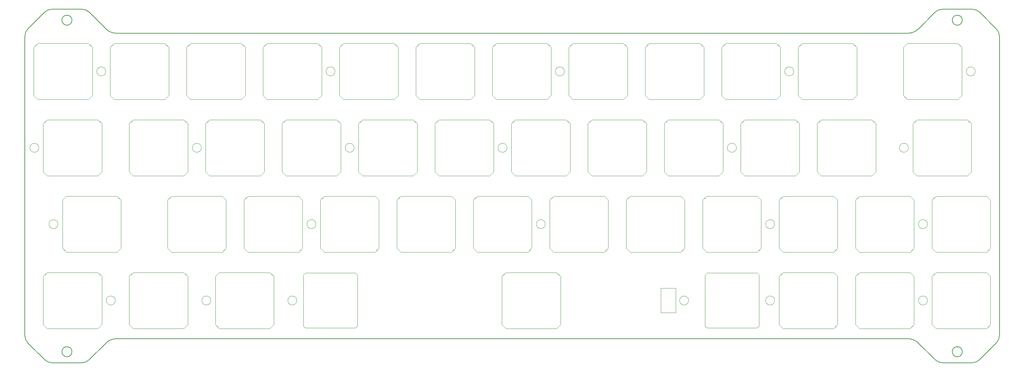
<source format=gbr>
%TF.GenerationSoftware,KiCad,Pcbnew,8.0.5*%
%TF.CreationDate,2024-09-10T11:52:54+02:00*%
%TF.ProjectId,plate,706c6174-652e-46b6-9963-61645f706362,rev?*%
%TF.SameCoordinates,Original*%
%TF.FileFunction,Profile,NP*%
%FSLAX46Y46*%
G04 Gerber Fmt 4.6, Leading zero omitted, Abs format (unit mm)*
G04 Created by KiCad (PCBNEW 8.0.5) date 2024-09-10 11:52:54*
%MOMM*%
%LPD*%
G01*
G04 APERTURE LIST*
%TA.AperFunction,Profile*%
%ADD10C,0.200000*%
%TD*%
%TA.AperFunction,Profile*%
%ADD11C,0.100000*%
%TD*%
%TA.AperFunction,Profile*%
%ADD12C,0.120000*%
%TD*%
G04 APERTURE END LIST*
D10*
X45833878Y-21431250D02*
X243091122Y-21431250D01*
X39095133Y-16214739D02*
X43235261Y-20354867D01*
X27942367Y-16214739D02*
G75*
G02*
X29833878Y-15431249I1891533J-1891561D01*
G01*
D11*
X247978782Y-69056250D02*
G75*
G02*
X245733718Y-69056250I-1122532J0D01*
G01*
X245733718Y-69056250D02*
G75*
G02*
X247978782Y-69056250I1122532J0D01*
G01*
X243216282Y-50006250D02*
G75*
G02*
X240971218Y-50006250I-1122532J0D01*
G01*
X240971218Y-50006250D02*
G75*
G02*
X243216282Y-50006250I1122532J0D01*
G01*
X181559133Y-85023727D02*
X185202687Y-85023727D01*
X185202687Y-91151781D01*
X181559133Y-91151781D01*
X181559133Y-85023727D01*
X105103782Y-50006250D02*
G75*
G02*
X102858718Y-50006250I-1122532J0D01*
G01*
X102858718Y-50006250D02*
G75*
G02*
X105103782Y-50006250I1122532J0D01*
G01*
X152728782Y-69056250D02*
G75*
G02*
X150483718Y-69056250I-1122532J0D01*
G01*
X150483718Y-69056250D02*
G75*
G02*
X152728782Y-69056250I1122532J0D01*
G01*
D10*
X27942367Y-102847761D02*
X23802239Y-98707633D01*
X256656122Y-18181250D02*
G75*
G02*
X254156122Y-18181250I-1250000J0D01*
G01*
X254156122Y-18181250D02*
G75*
G02*
X256656122Y-18181250I1250000J0D01*
G01*
D11*
X26522532Y-50006250D02*
G75*
G02*
X24277468Y-50006250I-1122532J0D01*
G01*
X24277468Y-50006250D02*
G75*
G02*
X26522532Y-50006250I1122532J0D01*
G01*
D10*
X45833878Y-21431250D02*
G75*
G02*
X43235261Y-20354867I22J3675050D01*
G01*
X29833878Y-103631250D02*
G75*
G02*
X27942368Y-102847760I22J2675050D01*
G01*
D11*
X259885032Y-30956250D02*
G75*
G02*
X257639968Y-30956250I-1122532J0D01*
G01*
X257639968Y-30956250D02*
G75*
G02*
X259885032Y-30956250I1122532J0D01*
G01*
D10*
X256656378Y-100881250D02*
G75*
G02*
X254156378Y-100881250I-1250000J0D01*
G01*
X254156378Y-100881250D02*
G75*
G02*
X256656378Y-100881250I1250000J0D01*
G01*
X23018750Y-96816122D02*
X23018750Y-22246378D01*
X39095133Y-102847761D02*
G75*
G02*
X37203622Y-103631281I-1891533J1891461D01*
G01*
X37203622Y-103631250D02*
X29833878Y-103631250D01*
X37203622Y-15431250D02*
G75*
G02*
X39095132Y-16214740I-22J-2675050D01*
G01*
X249829867Y-102847761D02*
X245689739Y-98707633D01*
D11*
X209878782Y-69056250D02*
G75*
G02*
X207633718Y-69056250I-1122532J0D01*
G01*
X207633718Y-69056250D02*
G75*
G02*
X209878782Y-69056250I1122532J0D01*
G01*
X43191282Y-30956250D02*
G75*
G02*
X40946218Y-30956250I-1122532J0D01*
G01*
X40946218Y-30956250D02*
G75*
G02*
X43191282Y-30956250I1122532J0D01*
G01*
X247978782Y-88106250D02*
G75*
G02*
X245733718Y-88106250I-1122532J0D01*
G01*
X245733718Y-88106250D02*
G75*
G02*
X247978782Y-88106250I1122532J0D01*
G01*
D10*
X251721378Y-103631250D02*
G75*
G02*
X249829859Y-102847769I-78J2674850D01*
G01*
X265122761Y-20354867D02*
G75*
G02*
X265906222Y-22246378I-1891661J-1891533D01*
G01*
D11*
X214641282Y-30956250D02*
G75*
G02*
X212396218Y-30956250I-1122532J0D01*
G01*
X212396218Y-30956250D02*
G75*
G02*
X214641282Y-30956250I1122532J0D01*
G01*
D10*
X265906250Y-96816122D02*
G75*
G02*
X265122769Y-98707641I-2674850J-78D01*
G01*
X245657711Y-20386895D02*
G75*
G02*
X243091122Y-21431220I-2566411J2631295D01*
G01*
D11*
X90816282Y-88106250D02*
G75*
G02*
X88571218Y-88106250I-1122532J0D01*
G01*
X88571218Y-88106250D02*
G75*
G02*
X90816282Y-88106250I1122532J0D01*
G01*
D10*
X245657711Y-20386895D02*
X249829867Y-16214739D01*
X259091122Y-15431250D02*
G75*
G02*
X260982641Y-16214731I78J-2674850D01*
G01*
X265906250Y-22246378D02*
X265906250Y-96816122D01*
X23018750Y-22246378D02*
G75*
G02*
X23802240Y-20354868I2675050J-22D01*
G01*
X23802239Y-98707633D02*
G75*
G02*
X23018749Y-96816122I1891561J1891533D01*
G01*
D11*
X157491282Y-30956250D02*
G75*
G02*
X155246218Y-30956250I-1122532J0D01*
G01*
X155246218Y-30956250D02*
G75*
G02*
X157491282Y-30956250I1122532J0D01*
G01*
X188447532Y-88106250D02*
G75*
G02*
X186202468Y-88106250I-1122532J0D01*
G01*
X186202468Y-88106250D02*
G75*
G02*
X188447532Y-88106250I1122532J0D01*
G01*
X67003782Y-50006250D02*
G75*
G02*
X64758718Y-50006250I-1122532J0D01*
G01*
X64758718Y-50006250D02*
G75*
G02*
X67003782Y-50006250I1122532J0D01*
G01*
D10*
X249829867Y-16214739D02*
G75*
G02*
X251721378Y-15431278I1891533J-1891661D01*
G01*
D11*
X95578782Y-69056250D02*
G75*
G02*
X93333718Y-69056250I-1122532J0D01*
G01*
X93333718Y-69056250D02*
G75*
G02*
X95578782Y-69056250I1122532J0D01*
G01*
D10*
X34768622Y-18181250D02*
G75*
G02*
X32268622Y-18181250I-1250000J0D01*
G01*
X32268622Y-18181250D02*
G75*
G02*
X34768622Y-18181250I1250000J0D01*
G01*
X43235261Y-98707633D02*
X39095133Y-102847761D01*
D11*
X31285032Y-69056250D02*
G75*
G02*
X29039968Y-69056250I-1122532J0D01*
G01*
X29039968Y-69056250D02*
G75*
G02*
X31285032Y-69056250I1122532J0D01*
G01*
X100341282Y-30956250D02*
G75*
G02*
X98096218Y-30956250I-1122532J0D01*
G01*
X98096218Y-30956250D02*
G75*
G02*
X100341282Y-30956250I1122532J0D01*
G01*
X143203782Y-50006250D02*
G75*
G02*
X140958718Y-50006250I-1122532J0D01*
G01*
X140958718Y-50006250D02*
G75*
G02*
X143203782Y-50006250I1122532J0D01*
G01*
D10*
X23802239Y-20354867D02*
X27942367Y-16214739D01*
D11*
X45572532Y-88106250D02*
G75*
G02*
X43327468Y-88106250I-1122532J0D01*
G01*
X43327468Y-88106250D02*
G75*
G02*
X45572532Y-88106250I1122532J0D01*
G01*
X69385032Y-88106250D02*
G75*
G02*
X67139968Y-88106250I-1122532J0D01*
G01*
X67139968Y-88106250D02*
G75*
G02*
X69385032Y-88106250I1122532J0D01*
G01*
D10*
X34768878Y-100881250D02*
G75*
G02*
X32268878Y-100881250I-1250000J0D01*
G01*
X32268878Y-100881250D02*
G75*
G02*
X34768878Y-100881250I1250000J0D01*
G01*
X29833878Y-15431250D02*
X37203622Y-15431250D01*
X251721378Y-15431250D02*
X259091122Y-15431250D01*
D11*
X209878782Y-88106250D02*
G75*
G02*
X207633718Y-88106250I-1122532J0D01*
G01*
X207633718Y-88106250D02*
G75*
G02*
X209878782Y-88106250I1122532J0D01*
G01*
D10*
X260982633Y-102847761D02*
G75*
G02*
X259091122Y-103631222I-1891533J1891661D01*
G01*
X43235261Y-98707633D02*
G75*
G02*
X45833878Y-97631220I2598639J-2598567D01*
G01*
D11*
X200353782Y-50006250D02*
G75*
G02*
X198108718Y-50006250I-1122532J0D01*
G01*
X198108718Y-50006250D02*
G75*
G02*
X200353782Y-50006250I1122532J0D01*
G01*
D10*
X243091122Y-97631250D02*
G75*
G02*
X245689747Y-98707625I78J-3674850D01*
G01*
X243091122Y-97631250D02*
X45833878Y-97631250D01*
X259091122Y-103631250D02*
X251721378Y-103631250D01*
X260982633Y-16214739D02*
X265122761Y-20354867D01*
X265122761Y-98707633D02*
X260982633Y-102847761D01*
D12*
%TO.C,REF\u002A\u002A*%
X139543750Y-24956250D02*
X139543750Y-36956250D01*
X139543750Y-36956250D02*
X140543750Y-37956250D01*
X140543750Y-23956250D02*
X139543750Y-24956250D01*
X140543750Y-37956250D02*
X153143750Y-37956250D01*
X153143750Y-23956250D02*
X140543750Y-23956250D01*
X153143750Y-23956250D02*
X154143750Y-24956250D01*
X153143750Y-37956250D02*
X154143750Y-36956250D01*
X154143750Y-36956250D02*
X154143750Y-24956250D01*
X49056250Y-82106250D02*
X49056250Y-94106250D01*
X49056250Y-94106250D02*
X50056250Y-95106250D01*
X50056250Y-81106250D02*
X49056250Y-82106250D01*
X50056250Y-95106250D02*
X62656250Y-95106250D01*
X62656250Y-81106250D02*
X50056250Y-81106250D01*
X62656250Y-81106250D02*
X63656250Y-82106250D01*
X62656250Y-95106250D02*
X63656250Y-94106250D01*
X63656250Y-94106250D02*
X63656250Y-82106250D01*
X27625000Y-82106250D02*
X27625000Y-94106250D01*
X27625000Y-94106250D02*
X28625000Y-95106250D01*
X28625000Y-81106250D02*
X27625000Y-82106250D01*
X28625000Y-95106250D02*
X41225000Y-95106250D01*
X41225000Y-81106250D02*
X28625000Y-81106250D01*
X41225000Y-81106250D02*
X42225000Y-82106250D01*
X41225000Y-95106250D02*
X42225000Y-94106250D01*
X42225000Y-94106250D02*
X42225000Y-82106250D01*
X106206250Y-44006250D02*
X106206250Y-56006250D01*
X106206250Y-56006250D02*
X107206250Y-57006250D01*
X107206250Y-43006250D02*
X106206250Y-44006250D01*
X107206250Y-57006250D02*
X119806250Y-57006250D01*
X119806250Y-43006250D02*
X107206250Y-43006250D01*
X119806250Y-43006250D02*
X120806250Y-44006250D01*
X119806250Y-57006250D02*
X120806250Y-56006250D01*
X120806250Y-56006250D02*
X120806250Y-44006250D01*
X172881250Y-63056250D02*
X172881250Y-75056250D01*
X172881250Y-75056250D02*
X173881250Y-76056250D01*
X173881250Y-62056250D02*
X172881250Y-63056250D01*
X173881250Y-76056250D02*
X186481250Y-76056250D01*
X186481250Y-62056250D02*
X173881250Y-62056250D01*
X186481250Y-62056250D02*
X187481250Y-63056250D01*
X186481250Y-76056250D02*
X187481250Y-75056250D01*
X187481250Y-75056250D02*
X187481250Y-63056250D01*
X87156250Y-44006250D02*
X87156250Y-56006250D01*
X87156250Y-56006250D02*
X88156250Y-57006250D01*
X88156250Y-43006250D02*
X87156250Y-44006250D01*
X88156250Y-57006250D02*
X100756250Y-57006250D01*
X100756250Y-43006250D02*
X88156250Y-43006250D01*
X100756250Y-43006250D02*
X101756250Y-44006250D01*
X100756250Y-57006250D02*
X101756250Y-56006250D01*
X101756250Y-56006250D02*
X101756250Y-44006250D01*
X68106250Y-44006250D02*
X68106250Y-56006250D01*
X68106250Y-56006250D02*
X69106250Y-57006250D01*
X69106250Y-43006250D02*
X68106250Y-44006250D01*
X69106250Y-57006250D02*
X81706250Y-57006250D01*
X81706250Y-43006250D02*
X69106250Y-43006250D01*
X81706250Y-43006250D02*
X82706250Y-44006250D01*
X81706250Y-57006250D02*
X82706250Y-56006250D01*
X82706250Y-56006250D02*
X82706250Y-44006250D01*
X215743750Y-24956250D02*
X215743750Y-36956250D01*
X215743750Y-36956250D02*
X216743750Y-37956250D01*
X216743750Y-23956250D02*
X215743750Y-24956250D01*
X216743750Y-37956250D02*
X229343750Y-37956250D01*
X229343750Y-23956250D02*
X216743750Y-23956250D01*
X229343750Y-23956250D02*
X230343750Y-24956250D01*
X229343750Y-37956250D02*
X230343750Y-36956250D01*
X230343750Y-36956250D02*
X230343750Y-24956250D01*
X244318750Y-44006250D02*
X244318750Y-56006250D01*
X244318750Y-56006250D02*
X245318750Y-57006250D01*
X245318750Y-43006250D02*
X244318750Y-44006250D01*
X245318750Y-57006250D02*
X257918750Y-57006250D01*
X257918750Y-43006250D02*
X245318750Y-43006250D01*
X257918750Y-43006250D02*
X258918750Y-44006250D01*
X257918750Y-57006250D02*
X258918750Y-56006250D01*
X258918750Y-56006250D02*
X258918750Y-44006250D01*
X241937500Y-24956250D02*
X241937500Y-36956250D01*
X241937500Y-36956250D02*
X242937500Y-37956250D01*
X242937500Y-23956250D02*
X241937500Y-24956250D01*
X242937500Y-37956250D02*
X255537500Y-37956250D01*
X255537500Y-23956250D02*
X242937500Y-23956250D01*
X255537500Y-23956250D02*
X256537500Y-24956250D01*
X255537500Y-37956250D02*
X256537500Y-36956250D01*
X256537500Y-36956250D02*
X256537500Y-24956250D01*
X120493750Y-24956250D02*
X120493750Y-36956250D01*
X120493750Y-36956250D02*
X121493750Y-37956250D01*
X121493750Y-23956250D02*
X120493750Y-24956250D01*
X121493750Y-37956250D02*
X134093750Y-37956250D01*
X134093750Y-23956250D02*
X121493750Y-23956250D01*
X134093750Y-23956250D02*
X135093750Y-24956250D01*
X134093750Y-37956250D02*
X135093750Y-36956250D01*
X135093750Y-36956250D02*
X135093750Y-24956250D01*
X201456250Y-44006250D02*
X201456250Y-56006250D01*
X201456250Y-56006250D02*
X202456250Y-57006250D01*
X202456250Y-43006250D02*
X201456250Y-44006250D01*
X202456250Y-57006250D02*
X215056250Y-57006250D01*
X215056250Y-43006250D02*
X202456250Y-43006250D01*
X215056250Y-43006250D02*
X216056250Y-44006250D01*
X215056250Y-57006250D02*
X216056250Y-56006250D01*
X216056250Y-56006250D02*
X216056250Y-44006250D01*
X77631250Y-63056250D02*
X77631250Y-75056250D01*
X77631250Y-75056250D02*
X78631250Y-76056250D01*
X78631250Y-62056250D02*
X77631250Y-63056250D01*
X78631250Y-76056250D02*
X91231250Y-76056250D01*
X91231250Y-62056250D02*
X78631250Y-62056250D01*
X91231250Y-62056250D02*
X92231250Y-63056250D01*
X91231250Y-76056250D02*
X92231250Y-75056250D01*
X92231250Y-75056250D02*
X92231250Y-63056250D01*
X32387500Y-63056250D02*
X32387500Y-75056250D01*
X32387500Y-75056250D02*
X33387500Y-76056250D01*
X33387500Y-62056250D02*
X32387500Y-63056250D01*
X33387500Y-76056250D02*
X45987500Y-76056250D01*
X45987500Y-62056250D02*
X33387500Y-62056250D01*
X45987500Y-62056250D02*
X46987500Y-63056250D01*
X45987500Y-76056250D02*
X46987500Y-75056250D01*
X46987500Y-75056250D02*
X46987500Y-63056250D01*
X191931250Y-63056250D02*
X191931250Y-75056250D01*
X191931250Y-75056250D02*
X192931250Y-76056250D01*
X192931250Y-62056250D02*
X191931250Y-63056250D01*
X192931250Y-76056250D02*
X205531250Y-76056250D01*
X205531250Y-62056250D02*
X192931250Y-62056250D01*
X205531250Y-62056250D02*
X206531250Y-63056250D01*
X205531250Y-76056250D02*
X206531250Y-75056250D01*
X206531250Y-75056250D02*
X206531250Y-63056250D01*
X141925000Y-82106250D02*
X141925000Y-94106250D01*
X141925000Y-94106250D02*
X142925000Y-95106250D01*
X142925000Y-81106250D02*
X141925000Y-82106250D01*
X142925000Y-95106250D02*
X155525000Y-95106250D01*
X155525000Y-81106250D02*
X142925000Y-81106250D01*
X155525000Y-81106250D02*
X156525000Y-82106250D01*
X155525000Y-95106250D02*
X156525000Y-94106250D01*
X156525000Y-94106250D02*
X156525000Y-82106250D01*
X182406250Y-44006250D02*
X182406250Y-56006250D01*
X182406250Y-56006250D02*
X183406250Y-57006250D01*
X183406250Y-43006250D02*
X182406250Y-44006250D01*
X183406250Y-57006250D02*
X196006250Y-57006250D01*
X196006250Y-43006250D02*
X183406250Y-43006250D01*
X196006250Y-43006250D02*
X197006250Y-44006250D01*
X196006250Y-57006250D02*
X197006250Y-56006250D01*
X197006250Y-56006250D02*
X197006250Y-44006250D01*
X27625000Y-44006250D02*
X27625000Y-56006250D01*
X27625000Y-56006250D02*
X28625000Y-57006250D01*
X28625000Y-43006250D02*
X27625000Y-44006250D01*
X28625000Y-57006250D02*
X41225000Y-57006250D01*
X41225000Y-43006250D02*
X28625000Y-43006250D01*
X41225000Y-43006250D02*
X42225000Y-44006250D01*
X41225000Y-57006250D02*
X42225000Y-56006250D01*
X42225000Y-56006250D02*
X42225000Y-44006250D01*
X49056250Y-44006250D02*
X49056250Y-56006250D01*
X49056250Y-56006250D02*
X50056250Y-57006250D01*
X50056250Y-43006250D02*
X49056250Y-44006250D01*
X50056250Y-57006250D02*
X62656250Y-57006250D01*
X62656250Y-43006250D02*
X50056250Y-43006250D01*
X62656250Y-43006250D02*
X63656250Y-44006250D01*
X62656250Y-57006250D02*
X63656250Y-56006250D01*
X63656250Y-56006250D02*
X63656250Y-44006250D01*
X249081250Y-82106250D02*
X249081250Y-94106250D01*
X249081250Y-94106250D02*
X250081250Y-95106250D01*
X250081250Y-81106250D02*
X249081250Y-82106250D01*
X250081250Y-95106250D02*
X262681250Y-95106250D01*
X262681250Y-81106250D02*
X250081250Y-81106250D01*
X262681250Y-81106250D02*
X263681250Y-82106250D01*
X262681250Y-95106250D02*
X263681250Y-94106250D01*
X263681250Y-94106250D02*
X263681250Y-82106250D01*
X115731250Y-63056250D02*
X115731250Y-75056250D01*
X115731250Y-75056250D02*
X116731250Y-76056250D01*
X116731250Y-62056250D02*
X115731250Y-63056250D01*
X116731250Y-76056250D02*
X129331250Y-76056250D01*
X129331250Y-62056250D02*
X116731250Y-62056250D01*
X129331250Y-62056250D02*
X130331250Y-63056250D01*
X129331250Y-76056250D02*
X130331250Y-75056250D01*
X130331250Y-75056250D02*
X130331250Y-63056250D01*
X25243750Y-24956250D02*
X25243750Y-36956250D01*
X25243750Y-36956250D02*
X26243750Y-37956250D01*
X26243750Y-23956250D02*
X25243750Y-24956250D01*
X26243750Y-37956250D02*
X38843750Y-37956250D01*
X38843750Y-23956250D02*
X26243750Y-23956250D01*
X38843750Y-23956250D02*
X39843750Y-24956250D01*
X38843750Y-37956250D02*
X39843750Y-36956250D01*
X39843750Y-36956250D02*
X39843750Y-24956250D01*
X153831250Y-63056250D02*
X153831250Y-75056250D01*
X153831250Y-75056250D02*
X154831250Y-76056250D01*
X154831250Y-62056250D02*
X153831250Y-63056250D01*
X154831250Y-76056250D02*
X167431250Y-76056250D01*
X167431250Y-62056250D02*
X154831250Y-62056250D01*
X167431250Y-62056250D02*
X168431250Y-63056250D01*
X167431250Y-76056250D02*
X168431250Y-75056250D01*
X168431250Y-75056250D02*
X168431250Y-63056250D01*
X125256250Y-44006250D02*
X125256250Y-56006250D01*
X125256250Y-56006250D02*
X126256250Y-57006250D01*
X126256250Y-43006250D02*
X125256250Y-44006250D01*
X126256250Y-57006250D02*
X138856250Y-57006250D01*
X138856250Y-43006250D02*
X126256250Y-43006250D01*
X138856250Y-43006250D02*
X139856250Y-44006250D01*
X138856250Y-57006250D02*
X139856250Y-56006250D01*
X139856250Y-56006250D02*
X139856250Y-44006250D01*
X92487500Y-81742750D02*
X92487500Y-94469750D01*
X92487500Y-94469750D02*
X92994500Y-94976750D01*
X92994500Y-81235750D02*
X92487500Y-81742750D01*
X92994500Y-94976750D02*
X105442500Y-94976750D01*
X105442500Y-81235750D02*
X92994500Y-81235750D01*
X105442500Y-94976750D02*
X105949500Y-94469750D01*
X105949500Y-81742750D02*
X105442500Y-81235750D01*
X105949500Y-94469750D02*
X105949500Y-81742750D01*
X192500500Y-81742750D02*
X192500500Y-94469750D01*
X192500500Y-81742750D02*
X193000500Y-81235750D01*
X192500500Y-94469750D02*
X193007500Y-94976750D01*
X193000500Y-81235750D02*
X205462500Y-81235750D01*
X193007500Y-94976750D02*
X205455500Y-94976750D01*
X205455500Y-94976750D02*
X205962500Y-94469750D01*
X205462500Y-81235750D02*
X205962500Y-81742750D01*
X205962500Y-94469750D02*
X205962500Y-81742750D01*
X58581250Y-63056250D02*
X58581250Y-75056250D01*
X58581250Y-75056250D02*
X59581250Y-76056250D01*
X59581250Y-62056250D02*
X58581250Y-63056250D01*
X59581250Y-76056250D02*
X72181250Y-76056250D01*
X72181250Y-62056250D02*
X59581250Y-62056250D01*
X72181250Y-62056250D02*
X73181250Y-63056250D01*
X72181250Y-76056250D02*
X73181250Y-75056250D01*
X73181250Y-75056250D02*
X73181250Y-63056250D01*
X101443750Y-24956250D02*
X101443750Y-36956250D01*
X101443750Y-36956250D02*
X102443750Y-37956250D01*
X102443750Y-23956250D02*
X101443750Y-24956250D01*
X102443750Y-37956250D02*
X115043750Y-37956250D01*
X115043750Y-23956250D02*
X102443750Y-23956250D01*
X115043750Y-23956250D02*
X116043750Y-24956250D01*
X115043750Y-37956250D02*
X116043750Y-36956250D01*
X116043750Y-36956250D02*
X116043750Y-24956250D01*
X44293750Y-24956250D02*
X44293750Y-36956250D01*
X44293750Y-36956250D02*
X45293750Y-37956250D01*
X45293750Y-23956250D02*
X44293750Y-24956250D01*
X45293750Y-37956250D02*
X57893750Y-37956250D01*
X57893750Y-23956250D02*
X45293750Y-23956250D01*
X57893750Y-23956250D02*
X58893750Y-24956250D01*
X57893750Y-37956250D02*
X58893750Y-36956250D01*
X58893750Y-36956250D02*
X58893750Y-24956250D01*
X230031250Y-63056250D02*
X230031250Y-75056250D01*
X230031250Y-75056250D02*
X231031250Y-76056250D01*
X231031250Y-62056250D02*
X230031250Y-63056250D01*
X231031250Y-76056250D02*
X243631250Y-76056250D01*
X243631250Y-62056250D02*
X231031250Y-62056250D01*
X243631250Y-62056250D02*
X244631250Y-63056250D01*
X243631250Y-76056250D02*
X244631250Y-75056250D01*
X244631250Y-75056250D02*
X244631250Y-63056250D01*
X249081250Y-63056250D02*
X249081250Y-75056250D01*
X249081250Y-75056250D02*
X250081250Y-76056250D01*
X250081250Y-62056250D02*
X249081250Y-63056250D01*
X250081250Y-76056250D02*
X262681250Y-76056250D01*
X262681250Y-62056250D02*
X250081250Y-62056250D01*
X262681250Y-62056250D02*
X263681250Y-63056250D01*
X262681250Y-76056250D02*
X263681250Y-75056250D01*
X263681250Y-75056250D02*
X263681250Y-63056250D01*
X210981250Y-82106250D02*
X210981250Y-94106250D01*
X210981250Y-94106250D02*
X211981250Y-95106250D01*
X211981250Y-81106250D02*
X210981250Y-82106250D01*
X211981250Y-95106250D02*
X224581250Y-95106250D01*
X224581250Y-81106250D02*
X211981250Y-81106250D01*
X224581250Y-81106250D02*
X225581250Y-82106250D01*
X224581250Y-95106250D02*
X225581250Y-94106250D01*
X225581250Y-94106250D02*
X225581250Y-82106250D01*
X96681250Y-63056250D02*
X96681250Y-75056250D01*
X96681250Y-75056250D02*
X97681250Y-76056250D01*
X97681250Y-62056250D02*
X96681250Y-63056250D01*
X97681250Y-76056250D02*
X110281250Y-76056250D01*
X110281250Y-62056250D02*
X97681250Y-62056250D01*
X110281250Y-62056250D02*
X111281250Y-63056250D01*
X110281250Y-76056250D02*
X111281250Y-75056250D01*
X111281250Y-75056250D02*
X111281250Y-63056250D01*
X163356250Y-44006250D02*
X163356250Y-56006250D01*
X163356250Y-56006250D02*
X164356250Y-57006250D01*
X164356250Y-43006250D02*
X163356250Y-44006250D01*
X164356250Y-57006250D02*
X176956250Y-57006250D01*
X176956250Y-43006250D02*
X164356250Y-43006250D01*
X176956250Y-43006250D02*
X177956250Y-44006250D01*
X176956250Y-57006250D02*
X177956250Y-56006250D01*
X177956250Y-56006250D02*
X177956250Y-44006250D01*
X82393750Y-24956250D02*
X82393750Y-36956250D01*
X82393750Y-36956250D02*
X83393750Y-37956250D01*
X83393750Y-23956250D02*
X82393750Y-24956250D01*
X83393750Y-37956250D02*
X95993750Y-37956250D01*
X95993750Y-23956250D02*
X83393750Y-23956250D01*
X95993750Y-23956250D02*
X96993750Y-24956250D01*
X95993750Y-37956250D02*
X96993750Y-36956250D01*
X96993750Y-36956250D02*
X96993750Y-24956250D01*
X70487500Y-82106250D02*
X70487500Y-94106250D01*
X70487500Y-94106250D02*
X71487500Y-95106250D01*
X71487500Y-81106250D02*
X70487500Y-82106250D01*
X71487500Y-95106250D02*
X84087500Y-95106250D01*
X84087500Y-81106250D02*
X71487500Y-81106250D01*
X84087500Y-81106250D02*
X85087500Y-82106250D01*
X84087500Y-95106250D02*
X85087500Y-94106250D01*
X85087500Y-94106250D02*
X85087500Y-82106250D01*
X210981250Y-63056250D02*
X210981250Y-75056250D01*
X210981250Y-75056250D02*
X211981250Y-76056250D01*
X211981250Y-62056250D02*
X210981250Y-63056250D01*
X211981250Y-76056250D02*
X224581250Y-76056250D01*
X224581250Y-62056250D02*
X211981250Y-62056250D01*
X224581250Y-62056250D02*
X225581250Y-63056250D01*
X224581250Y-76056250D02*
X225581250Y-75056250D01*
X225581250Y-75056250D02*
X225581250Y-63056250D01*
X196693750Y-24956250D02*
X196693750Y-36956250D01*
X196693750Y-36956250D02*
X197693750Y-37956250D01*
X197693750Y-23956250D02*
X196693750Y-24956250D01*
X197693750Y-37956250D02*
X210293750Y-37956250D01*
X210293750Y-23956250D02*
X197693750Y-23956250D01*
X210293750Y-23956250D02*
X211293750Y-24956250D01*
X210293750Y-37956250D02*
X211293750Y-36956250D01*
X211293750Y-36956250D02*
X211293750Y-24956250D01*
X134781250Y-63056250D02*
X134781250Y-75056250D01*
X134781250Y-75056250D02*
X135781250Y-76056250D01*
X135781250Y-62056250D02*
X134781250Y-63056250D01*
X135781250Y-76056250D02*
X148381250Y-76056250D01*
X148381250Y-62056250D02*
X135781250Y-62056250D01*
X148381250Y-62056250D02*
X149381250Y-63056250D01*
X148381250Y-76056250D02*
X149381250Y-75056250D01*
X149381250Y-75056250D02*
X149381250Y-63056250D01*
X177643750Y-24956250D02*
X177643750Y-36956250D01*
X177643750Y-36956250D02*
X178643750Y-37956250D01*
X178643750Y-23956250D02*
X177643750Y-24956250D01*
X178643750Y-37956250D02*
X191243750Y-37956250D01*
X191243750Y-23956250D02*
X178643750Y-23956250D01*
X191243750Y-23956250D02*
X192243750Y-24956250D01*
X191243750Y-37956250D02*
X192243750Y-36956250D01*
X192243750Y-36956250D02*
X192243750Y-24956250D01*
X220506250Y-44006250D02*
X220506250Y-56006250D01*
X220506250Y-56006250D02*
X221506250Y-57006250D01*
X221506250Y-43006250D02*
X220506250Y-44006250D01*
X221506250Y-57006250D02*
X234106250Y-57006250D01*
X234106250Y-43006250D02*
X221506250Y-43006250D01*
X234106250Y-43006250D02*
X235106250Y-44006250D01*
X234106250Y-57006250D02*
X235106250Y-56006250D01*
X235106250Y-56006250D02*
X235106250Y-44006250D01*
X63343750Y-24956250D02*
X63343750Y-36956250D01*
X63343750Y-36956250D02*
X64343750Y-37956250D01*
X64343750Y-23956250D02*
X63343750Y-24956250D01*
X64343750Y-37956250D02*
X76943750Y-37956250D01*
X76943750Y-23956250D02*
X64343750Y-23956250D01*
X76943750Y-23956250D02*
X77943750Y-24956250D01*
X76943750Y-37956250D02*
X77943750Y-36956250D01*
X77943750Y-36956250D02*
X77943750Y-24956250D01*
X144306250Y-44006250D02*
X144306250Y-56006250D01*
X144306250Y-56006250D02*
X145306250Y-57006250D01*
X145306250Y-43006250D02*
X144306250Y-44006250D01*
X145306250Y-57006250D02*
X157906250Y-57006250D01*
X157906250Y-43006250D02*
X145306250Y-43006250D01*
X157906250Y-43006250D02*
X158906250Y-44006250D01*
X157906250Y-57006250D02*
X158906250Y-56006250D01*
X158906250Y-56006250D02*
X158906250Y-44006250D01*
X158593750Y-24956250D02*
X158593750Y-36956250D01*
X158593750Y-36956250D02*
X159593750Y-37956250D01*
X159593750Y-23956250D02*
X158593750Y-24956250D01*
X159593750Y-37956250D02*
X172193750Y-37956250D01*
X172193750Y-23956250D02*
X159593750Y-23956250D01*
X172193750Y-23956250D02*
X173193750Y-24956250D01*
X172193750Y-37956250D02*
X173193750Y-36956250D01*
X173193750Y-36956250D02*
X173193750Y-24956250D01*
X230031250Y-82106250D02*
X230031250Y-94106250D01*
X230031250Y-94106250D02*
X231031250Y-95106250D01*
X231031250Y-81106250D02*
X230031250Y-82106250D01*
X231031250Y-95106250D02*
X243631250Y-95106250D01*
X243631250Y-81106250D02*
X231031250Y-81106250D01*
X243631250Y-81106250D02*
X244631250Y-82106250D01*
X243631250Y-95106250D02*
X244631250Y-94106250D01*
X244631250Y-94106250D02*
X244631250Y-82106250D01*
%TD*%
M02*

</source>
